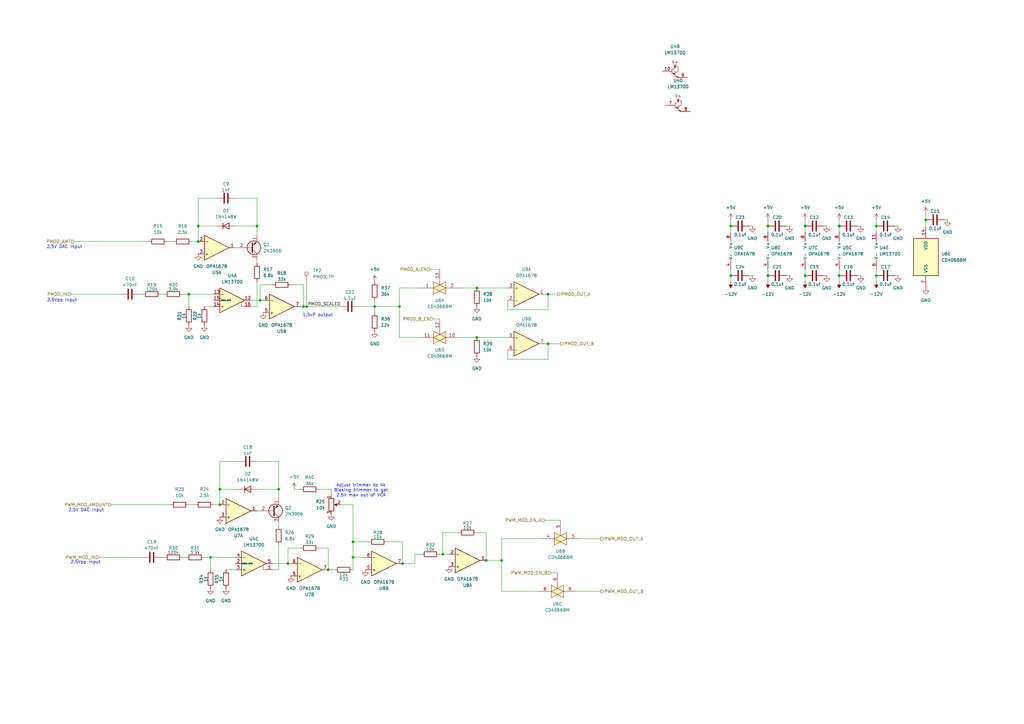
<source format=kicad_sch>
(kicad_sch (version 20250114) (generator "eeschema") (generator_version "9.0")
  (paper "A3")
  (lib_symbols
    (symbol "4xxx:4066" (pin_names (offset 1.016))
      (property "Reference" "U" (at -7.62 8.89 0))
      (property "Value" "4066" (at -7.62 -8.89 0))
      (symbol "4066_1_0"
        (pin passive line (at -7.62 0 0) (length 5.08) (name "~") (number "1"))
        (pin input line (at 0 7.62 270) (length 5.08) (name "~") (number "13"))
        (pin passive line (at 7.62 0 180) (length 5.08) (name "~") (number "2"))
      )
      (symbol "4066_2_0"
        (pin passive line (at -7.62 0 0) (length 5.08) (name "~") (number "4"))
        (pin input line (at 0 7.62 270) (length 5.08) (name "~") (number "5"))
        (pin passive line (at 7.62 0 180) (length 5.08) (name "~") (number "3"))
      )
      (symbol "4066_3_0"
        (pin passive line (at -7.62 0 0) (length 5.08) (name "~") (number "8"))
        (pin input line (at 0 7.62 270) (length 5.08) (name "~") (number "6"))
        (pin passive line (at 7.62 0 180) (length 5.08) (name "~") (number "9"))
      )
      (symbol "4066_4_0"
        (pin passive line (at -7.62 0 0) (length 5.08) (name "~") (number "11"))
        (pin input line (at 0 7.62 270) (length 5.08) (name "~") (number "12"))
        (pin passive line (at 7.62 0 180) (length 5.08) (name "~") (number "10"))
      )
      (symbol "4066_5_0"
        (pin power_in line (at 0 12.7 270) (length 5.08) (name "VDD") (number "14"))
        (pin power_in line (at 0 -12.7 90) (length 5.08) (name "VSS") (number "7"))
      )
    )
    (symbol "Amplifier_Operational:LM13700" (pin_names (offset 0.127))
      (property "Reference" "U" (at 3.81 5.08 0))
      (property "Value" "LM13700" (at 5.08 -5.08 0))
      (symbol "LM13700_1_1"
        (pin input line (at -7.62 2.54 0) (length 2.54) (name "-") (number "13"))
        (pin input line (at -7.62 0 0) (length 2.54) (name "DIODE_BIAS") (number "15"))
        (pin input line (at -7.62 -2.54 0) (length 2.54) (name "+") (number "14"))
        (pin output line (at 7.62 0 180) (length 2.54) (name "~") (number "12"))
        (pin input line (at 7.62 -2.54 180) (length 2.54) (name "~") (number "16"))
      )
      (symbol "LM13700_2_1"
        (text "V+" (at -2.54 3.81 0) (effects (font (size 1.27 1.27))))
        (pin input line (at -7.62 0 0) (length 3.81) (name "~") (number "10"))
        (pin output line (at 2.54 -2.54 180) (length 3.81) (name "~") (number "9"))
      )
      (symbol "LM13700_3_1"
        (pin input line (at -7.62 2.54 0) (length 2.54) (name "-") (number "4"))
        (pin input line (at -7.62 0 0) (length 2.54) (name "DIODE_BIAS") (number "2"))
        (pin input line (at -7.62 -2.54 0) (length 2.54) (name "+") (number "3"))
        (pin output line (at 7.62 0 180) (length 2.54) (name "~") (number "5"))
        (pin input line (at 7.62 -2.54 180) (length 2.54) (name "~") (number "1"))
      )
      (symbol "LM13700_4_0"
        (text "V+" (at -2.54 3.81 0) (effects (font (size 1.27 1.27))))
      )
      (symbol "LM13700_4_1"
        (pin input line (at -7.62 0 0) (length 3.81) (name "~") (number "7"))
        (pin output line (at 2.54 -2.54 180) (length 3.81) (name "~") (number "8"))
      )
      (symbol "LM13700_5_1"
        (pin power_in line (at -2.54 7.62 270) (length 3.81) (name "V+") (number "11"))
        (pin power_in line (at -2.54 -7.62 90) (length 3.81) (name "V-") (number "6"))
      )
    )
    (symbol "Amplifier_Operational:OPA1678" (pin_names (offset 0.127))
      (property "Reference" "U" (at 0 5.08 0))
      (property "Value" "OPA1678" (at 0 -5.08 0))
      (symbol "OPA1678_1_1"
        (pin input line (at -7.62 2.54 0) (length 2.54) (name "+") (number "3"))
        (pin input line (at -7.62 -2.54 0) (length 2.54) (name "-") (number "2"))
        (pin output line (at 7.62 0 180) (length 2.54) (name "~") (number "1"))
      )
      (symbol "OPA1678_2_1"
        (pin input line (at -7.62 2.54 0) (length 2.54) (name "+") (number "5"))
        (pin input line (at -7.62 -2.54 0) (length 2.54) (name "-") (number "6"))
        (pin output line (at 7.62 0 180) (length 2.54) (name "~") (number "7"))
      )
      (symbol "OPA1678_3_1"
        (pin power_in line (at -2.54 7.62 270) (length 3.81) (name "V+") (number "8"))
        (pin power_in line (at -2.54 -7.62 90) (length 3.81) (name "V-") (number "4"))
      )
    )
    (symbol "Connector:TestPoint" (pin_numbers (hide yes)) (pin_names (offset 0.762) (hide yes))
      (property "Reference" "TP" (at 0 6.858 0))
      (property "Value" "TestPoint" (at 0 5.08 0))
      (symbol "TestPoint_1_1"
        (pin passive line (at 0 0 90) (length 2.54) (name "1") (number "1"))
      )
    )
    (symbol "Device:C" (pin_numbers (hide yes)) (pin_names (offset 0.254))
      (property "Reference" "C" (at 0.635 2.54 0))
      (property "Value" "C" (at 0.635 -2.54 0))
      (symbol "C_1_1"
        (pin passive line (at 0 3.81 270) (length 2.794) (name "~") (number "1"))
        (pin passive line (at 0 -3.81 90) (length 2.794) (name "~") (number "2"))
      )
    )
    (symbol "Device:R" (pin_numbers (hide yes)) (pin_names (offset 0))
      (property "Reference" "R" (at 2.032 0 90))
      (property "Value" "R" (at 0 0 90))
      (symbol "R_1_1"
        (pin passive line (at 0 3.81 270) (length 1.27) (name "~") (number "1"))
        (pin passive line (at 0 -3.81 90) (length 1.27) (name "~") (number "2"))
      )
    )
    (symbol "Device:R_Potentiometer" (pin_names (offset 1.016) (hide yes))
      (property "Reference" "RV" (at -4.445 0 90))
      (property "Value" "R_Potentiometer" (at -2.54 0 90))
      (symbol "R_Potentiometer_1_1"
        (pin passive line (at 0 3.81 270) (length 1.27) (name "1") (number "1"))
        (pin passive line (at 0 -3.81 90) (length 1.27) (name "3") (number "3"))
        (pin passive line (at 3.81 0 180) (length 1.27) (name "2") (number "2"))
      )
    )
    (symbol "Diode:1N4148W" (pin_numbers (hide yes)) (pin_names (hide yes))
      (property "Reference" "D" (at 0 2.54 0))
      (property "Value" "1N4148W" (at 0 -2.54 0))
      (symbol "1N4148W_1_1"
        (pin passive line (at -3.81 0 0) (length 2.54) (name "K") (number "1"))
        (pin passive line (at 3.81 0 180) (length 2.54) (name "A") (number "2"))
      )
    )
    (symbol "Transistor_BJT:2N3906" (pin_names (offset 0) (hide yes))
      (property "Reference" "Q" (at 5.08 1.905 0))
      (property "Value" "2N3906" (at 5.08 0 0))
      (symbol "2N3906_1_1"
        (pin input line (at -5.08 0 0) (length 2.54) (name "B") (number "2"))
        (pin passive line (at 2.54 5.08 270) (length 2.54) (name "C") (number "3"))
        (pin passive line (at 2.54 -5.08 90) (length 2.54) (name "E") (number "1"))
      )
    )
    (symbol "power:+5V" (power) (pin_numbers (hide yes)) (pin_names (offset 0) (hide yes))
      (property "Value" "+5V" (at 0 3.556 0))
      (symbol "+5V_1_1"
        (pin power_in line (at 0 0 90) (length 0) (name "~") (number "1"))
      )
    )
    (symbol "power:-12V" (power) (pin_numbers (hide yes)) (pin_names (offset 0) (hide yes))
      (property "Value" "-12V" (at 0 3.556 0))
      (symbol "-12V_0_0"
        (pin power_in line (at 0 0 90) (length 0) (name "~") (number "1"))
      )
    )
    (symbol "power:GND" (power) (pin_numbers (hide yes)) (pin_names (offset 0) (hide yes))
      (property "Value" "GND" (at 0 -3.81 0))
      (symbol "GND_1_1"
        (pin power_in line (at 0 0 270) (length 0) (name "~") (number "1"))
      )
    )
  )
  (text "2.5Vpp Input\n" (at 25.4 123.19 0) (effects (font (size 1.27 1.27))))
  (text "2.5V DAC Input\n" (at 26.416 101.346 0) (effects (font (size 1.27 1.27))))
  (text "2.5Vpp Input\n" (at 35.052 230.632 0) (effects (font (size 1.27 1.27))))
  (text "1.5vP output\n" (at 130.302 129.286 0) (effects (font (size 1.27 1.27))))
  (text "2.5V DAC Input\n" (at 35.306 209.296 0) (effects (font (size 1.27 1.27))))
  (text "Adjust trimmer to 4k\nBiasing trimmer to get\n2.5V max out of VCA" (at 148.082 201.168 0) (effects (font (size 1.27 1.27))))
  (junction (at 359.41 113.03))
  (junction (at 199.39 229.87))
  (junction (at 330.2 92.71))
  (junction (at 144.78 222.25))
  (junction (at 153.67 125.73))
  (junction (at 90.17 207.01))
  (junction (at 181.61 227.33))
  (junction (at 195.58 118.11))
  (junction (at 118.11 231.14))
  (junction (at 77.47 120.65))
  (junction (at 144.78 228.6))
  (junction (at 106.68 123.19))
  (junction (at 81.28 92.71))
  (junction (at 299.72 92.71))
  (junction (at 90.17 200.66))
  (junction (at 81.28 99.06))
  (junction (at 379.73 90.17))
  (junction (at 344.17 113.03))
  (junction (at 224.79 120.65))
  (junction (at 105.41 92.71))
  (junction (at 134.62 233.68))
  (junction (at 124.46 125.73))
  (junction (at 314.96 113.03))
  (junction (at 314.96 92.71))
  (junction (at 125.73 125.73))
  (junction (at 163.83 125.73))
  (junction (at 205.74 229.87))
  (junction (at 299.72 113.03))
  (junction (at 224.79 140.97))
  (junction (at 86.36 228.6))
  (junction (at 195.58 138.43))
  (junction (at 344.17 92.71))
  (junction (at 114.3 200.66))
  (junction (at 165.1 231.14))
  (junction (at 359.41 92.71))
  (junction (at 330.2 113.03))
  (wire (pts (xy 125.73 125.73) (xy 139.7 125.73)))
  (wire (pts (xy 118.11 231.14) (xy 119.38 231.14)))
  (wire (pts (xy 90.17 200.66) (xy 90.17 207.01)))
  (wire (pts (xy 205.74 242.57) (xy 220.98 242.57)))
  (wire (pts (xy 114.3 200.66) (xy 114.3 204.47)))
  (wire (pts (xy 77.47 207.01) (xy 80.01 207.01)))
  (wire (pts (xy 134.62 233.68) (xy 134.62 224.79)))
  (wire (pts (xy 359.41 110.49) (xy 359.41 113.03)))
  (wire (pts (xy 58.42 120.65) (xy 57.15 120.65)))
  (wire (pts (xy 170.18 227.33) (xy 172.72 227.33)))
  (wire (pts (xy 134.62 233.68) (xy 137.16 233.68)))
  (wire (pts (xy 330.2 92.71) (xy 330.2 95.25)))
  (wire (pts (xy 125.73 115.57) (xy 125.73 125.73)))
  (wire (pts (xy 226.06 234.95) (xy 228.6 234.95)))
  (wire (pts (xy 195.58 118.11) (xy 208.28 118.11)))
  (wire (pts (xy 81.28 92.71) (xy 81.28 99.06)))
  (wire (pts (xy 67.31 228.6) (xy 66.04 228.6)))
  (wire (pts (xy 106.68 123.19) (xy 107.95 123.19)))
  (wire (pts (xy 40.64 228.6) (xy 58.42 228.6)))
  (wire (pts (xy 339.09 113.03) (xy 337.82 113.03)))
  (wire (pts (xy 144.78 228.6) (xy 144.78 233.68)))
  (wire (pts (xy 124.46 116.84) (xy 119.38 116.84)))
  (wire (pts (xy 144.78 228.6) (xy 149.86 228.6)))
  (wire (pts (xy 158.75 222.25) (xy 165.1 222.25)))
  (wire (pts (xy 176.53 110.49) (xy 180.34 110.49)))
  (wire (pts (xy 111.76 116.84) (xy 106.68 116.84)))
  (wire (pts (xy 314.96 92.71) (xy 314.96 95.25)))
  (wire (pts (xy 330.2 90.17) (xy 330.2 92.71)))
  (wire (pts (xy 170.18 227.33) (xy 170.18 231.14)))
  (wire (pts (xy 344.17 92.71) (xy 344.17 95.25)))
  (wire (pts (xy 353.06 113.03) (xy 351.79 113.03)))
  (wire (pts (xy 88.9 81.28) (xy 81.28 81.28)))
  (wire (pts (xy 102.87 125.73) (xy 105.41 125.73)))
  (wire (pts (xy 153.67 125.73) (xy 163.83 125.73)))
  (wire (pts (xy 114.3 189.23) (xy 114.3 200.66)))
  (wire (pts (xy 96.52 81.28) (xy 105.41 81.28)))
  (wire (pts (xy 388.62 90.17) (xy 387.35 90.17)))
  (wire (pts (xy 322.58 113.03) (xy 323.85 113.03)))
  (wire (pts (xy 299.72 90.17) (xy 299.72 92.71)))
  (wire (pts (xy 337.82 92.71) (xy 339.09 92.71)))
  (wire (pts (xy 130.81 200.66) (xy 135.89 200.66)))
  (wire (pts (xy 144.78 222.25) (xy 151.13 222.25)))
  (wire (pts (xy 307.34 92.71) (xy 308.61 92.71)))
  (wire (pts (xy 199.39 218.44) (xy 199.39 229.87)))
  (wire (pts (xy 105.41 200.66) (xy 114.3 200.66)))
  (wire (pts (xy 111.76 231.14) (xy 118.11 231.14)))
  (wire (pts (xy 359.41 113.03) (xy 359.41 115.57)))
  (wire (pts (xy 86.36 228.6) (xy 86.36 233.68)))
  (wire (pts (xy 134.62 224.79) (xy 130.81 224.79)))
  (wire (pts (xy 124.46 125.73) (xy 125.73 125.73)))
  (wire (pts (xy 96.52 101.6) (xy 97.79 101.6)))
  (wire (pts (xy 379.73 87.63) (xy 379.73 90.17)))
  (wire (pts (xy 76.2 228.6) (xy 74.93 228.6)))
  (wire (pts (xy 97.79 200.66) (xy 90.17 200.66)))
  (wire (pts (xy 195.58 218.44) (xy 199.39 218.44)))
  (wire (pts (xy 123.19 224.79) (xy 118.11 224.79)))
  (wire (pts (xy 97.79 189.23) (xy 90.17 189.23)))
  (wire (pts (xy 368.3 92.71) (xy 367.03 92.71)))
  (wire (pts (xy 74.93 120.65) (xy 77.47 120.65)))
  (wire (pts (xy 83.82 125.73) (xy 87.63 125.73)))
  (wire (pts (xy 114.3 223.52) (xy 114.3 233.68)))
  (wire (pts (xy 299.72 113.03) (xy 299.72 115.57)))
  (wire (pts (xy 120.65 200.66) (xy 123.19 200.66)))
  (wire (pts (xy 314.96 110.49) (xy 314.96 113.03)))
  (wire (pts (xy 199.39 229.87) (xy 205.74 229.87)))
  (wire (pts (xy 181.61 227.33) (xy 181.61 218.44)))
  (wire (pts (xy 163.83 118.11) (xy 163.83 125.73)))
  (wire (pts (xy 208.28 147.32) (xy 224.79 147.32)))
  (wire (pts (xy 187.96 138.43) (xy 195.58 138.43)))
  (wire (pts (xy 187.96 118.11) (xy 195.58 118.11)))
  (wire (pts (xy 114.3 215.9) (xy 114.3 214.63)))
  (wire (pts (xy 30.48 99.06) (xy 60.96 99.06)))
  (wire (pts (xy 106.68 116.84) (xy 106.68 123.19)))
  (wire (pts (xy 92.71 233.68) (xy 96.52 233.68)))
  (wire (pts (xy 105.41 115.57) (xy 105.41 125.73)))
  (wire (pts (xy 359.41 92.71) (xy 359.41 95.25)))
  (wire (pts (xy 180.34 227.33) (xy 181.61 227.33)))
  (wire (pts (xy 181.61 218.44) (xy 187.96 218.44)))
  (wire (pts (xy 124.46 125.73) (xy 124.46 116.84)))
  (wire (pts (xy 330.2 110.49) (xy 330.2 113.03)))
  (wire (pts (xy 90.17 189.23) (xy 90.17 200.66)))
  (wire (pts (xy 123.19 125.73) (xy 124.46 125.73)))
  (wire (pts (xy 165.1 231.14) (xy 170.18 231.14)))
  (wire (pts (xy 111.76 233.68) (xy 114.3 233.68)))
  (wire (pts (xy 330.2 113.03) (xy 330.2 115.57)))
  (wire (pts (xy 135.89 200.66) (xy 135.89 203.2)))
  (wire (pts (xy 96.52 92.71) (xy 105.41 92.71)))
  (wire (pts (xy 205.74 220.98) (xy 222.25 220.98)))
  (wire (pts (xy 195.58 138.43) (xy 208.28 138.43)))
  (wire (pts (xy 165.1 222.25) (xy 165.1 231.14)))
  (wire (pts (xy 223.52 120.65) (xy 224.79 120.65)))
  (wire (pts (xy 246.38 220.98) (xy 237.49 220.98)))
  (wire (pts (xy 144.78 222.25) (xy 144.78 228.6)))
  (wire (pts (xy 81.28 81.28) (xy 81.28 92.71)))
  (wire (pts (xy 314.96 113.03) (xy 314.96 115.57)))
  (wire (pts (xy 379.73 90.17) (xy 379.73 92.71)))
  (wire (pts (xy 299.72 92.71) (xy 299.72 95.25)))
  (wire (pts (xy 29.21 120.65) (xy 49.53 120.65)))
  (wire (pts (xy 344.17 110.49) (xy 344.17 113.03)))
  (wire (pts (xy 314.96 90.17) (xy 314.96 92.71)))
  (wire (pts (xy 177.8 130.81) (xy 180.34 130.81)))
  (wire (pts (xy 163.83 118.11) (xy 172.72 118.11)))
  (wire (pts (xy 224.79 120.65) (xy 228.6 120.65)))
  (wire (pts (xy 105.41 107.95) (xy 105.41 106.68)))
  (wire (pts (xy 205.74 229.87) (xy 205.74 220.98)))
  (wire (pts (xy 181.61 227.33) (xy 184.15 227.33)))
  (wire (pts (xy 224.79 140.97) (xy 229.87 140.97)))
  (wire (pts (xy 223.52 213.36) (xy 229.87 213.36)))
  (wire (pts (xy 224.79 120.65) (xy 224.79 127)))
  (wire (pts (xy 307.34 113.03) (xy 308.61 113.03)))
  (wire (pts (xy 359.41 90.17) (xy 359.41 92.71)))
  (wire (pts (xy 208.28 127) (xy 208.28 123.19)))
  (wire (pts (xy 45.72 207.01) (xy 69.85 207.01)))
  (wire (pts (xy 144.78 207.01) (xy 144.78 222.25)))
  (wire (pts (xy 163.83 125.73) (xy 163.83 138.43)))
  (wire (pts (xy 205.74 229.87) (xy 205.74 242.57)))
  (wire (pts (xy 147.32 125.73) (xy 153.67 125.73)))
  (wire (pts (xy 77.47 120.65) (xy 77.47 125.73)))
  (wire (pts (xy 344.17 90.17) (xy 344.17 92.71)))
  (wire (pts (xy 102.87 123.19) (xy 106.68 123.19)))
  (wire (pts (xy 88.9 92.71) (xy 81.28 92.71)))
  (wire (pts (xy 67.31 120.65) (xy 66.04 120.65)))
  (wire (pts (xy 118.11 224.79) (xy 118.11 231.14)))
  (wire (pts (xy 163.83 138.43) (xy 172.72 138.43)))
  (wire (pts (xy 322.58 92.71) (xy 323.85 92.71)))
  (wire (pts (xy 105.41 209.55) (xy 106.68 209.55)))
  (wire (pts (xy 344.17 113.03) (xy 344.17 115.57)))
  (wire (pts (xy 86.36 228.6) (xy 96.52 228.6)))
  (wire (pts (xy 368.3 113.03) (xy 367.03 113.03)))
  (wire (pts (xy 153.67 128.27) (xy 153.67 125.73)))
  (wire (pts (xy 87.63 207.01) (xy 90.17 207.01)))
  (wire (pts (xy 77.47 120.65) (xy 87.63 120.65)))
  (wire (pts (xy 353.06 92.71) (xy 351.79 92.71)))
  (wire (pts (xy 208.28 143.51) (xy 208.28 147.32)))
  (wire (pts (xy 153.67 123.19) (xy 153.67 125.73)))
  (wire (pts (xy 224.79 147.32) (xy 224.79 140.97)))
  (wire (pts (xy 105.41 81.28) (xy 105.41 92.71)))
  (wire (pts (xy 68.58 99.06) (xy 71.12 99.06)))
  (wire (pts (xy 224.79 140.97) (xy 223.52 140.97)))
  (wire (pts (xy 299.72 110.49) (xy 299.72 113.03)))
  (wire (pts (xy 208.28 127) (xy 224.79 127)))
  (wire (pts (xy 139.7 207.01) (xy 144.78 207.01)))
  (wire (pts (xy 105.41 189.23) (xy 114.3 189.23)))
  (wire (pts (xy 78.74 99.06) (xy 81.28 99.06)))
  (wire (pts (xy 105.41 92.71) (xy 105.41 96.52)))
  (wire (pts (xy 83.82 228.6) (xy 86.36 228.6)))
  (wire (pts (xy 246.38 242.57) (xy 236.22 242.57)))
  (label "PMOD_SCALED" (at 139.7 125.73 180))
  (hierarchical_label "PWM_MOD_AMOUNT" (shape input) (at 45.72 207.01 180))
  (hierarchical_label "PWM_MOD_IN" (shape input) (at 40.64 228.6 180))
  (hierarchical_label "PWM_MOD_OUT_B" (shape output) (at 246.38 242.57 0))
  (hierarchical_label "PMOD_IN" (shape input) (at 29.21 120.65 180))
  (hierarchical_label "PWM_MOD_EN_A" (shape input) (at 223.52 213.36 180))
  (hierarchical_label "PMOD_AMT" (shape input) (at 30.48 99.06 180))
  (hierarchical_label "PMOD_A_EN" (shape input) (at 176.53 110.49 180))
  (hierarchical_label "PMOD_B_EN" (shape input) (at 177.8 130.81 180))
  (hierarchical_label "PMOD_OUT_A" (shape output) (at 228.6 120.65 0))
  (hierarchical_label "PMOD_OUT_B" (shape output) (at 229.87 140.97 0))
  (hierarchical_label "PWM_MOD_OUT_A" (shape output) (at 246.38 220.98 0))
  (hierarchical_label "PWM_MOD_EN_B" (shape input) (at 226.06 234.95 180))
  (symbol (lib_id "power:-12V") (at 359.41 115.57 180) (unit 1)
    (property "Reference" "#PWR031" (effects (hide yes)))
    (property "Value" "-12V" (at 359.41 120.65 0))
    (property "Description" "Power symbol creates a global label with name \"-12V\"" (effects (hide yes)))
  )
  (symbol (lib_id "Device:R") (at 176.53 227.33 90) (unit 1)
    (property "Reference" "R32" (at 176.53 223.52 90))
    (property "Value" "10k" (at 176.53 225.298 90))
    (property "Footprint" "Resistor_SMD:R_0603_1608Metric" (effects (hide yes)))
    (property "Description" "Resistor" (effects (hide yes)))
  )
  (symbol (lib_id "Device:C") (at 62.23 228.6 90) (unit 1)
    (property "Reference" "C19" (at 62.23 222.25 90))
    (property "Value" "470nF" (at 62.23 224.79 90))
    (property "Footprint" "Capacitor_SMD:C_0603_1608Metric" (effects (hide yes)))
    (property "Description" "Unpolarized capacitor" (effects (hide yes)))
  )
  (symbol (lib_id "Device:R") (at 73.66 207.01 270) (unit 1)
    (property "Reference" "R23" (at 73.66 200.66 90))
    (property "Value" "10k" (at 73.66 203.2 90))
    (property "Footprint" "Resistor_SMD:R_0603_1608Metric" (effects (hide yes)))
    (property "Description" "Resistor" (effects (hide yes)))
  )
  (symbol (lib_id "Device:R") (at 115.57 116.84 90) (unit 1)
    (property "Reference" "R18" (at 115.57 112.014 90))
    (property "Value" "33k" (at 115.57 114.554 90))
    (property "Footprint" "Resistor_SMD:R_0603_1608Metric" (effects (hide yes)))
    (property "Description" "Resistor" (effects (hide yes)))
  )
  (symbol (lib_id "Device:C") (at 347.98 113.03 90) (unit 1)
    (property "Reference" "C16" (at 347.98 109.474 90))
    (property "Value" "0.1uf" (at 347.98 116.586 90))
    (property "Footprint" "Capacitor_SMD:C_0603_1608Metric" (effects (hide yes)))
    (property "Description" "Unpolarized capacitor" (effects (hide yes)))
  )
  (symbol (lib_id "power:GND") (at 149.86 233.68 0) (unit 1)
    (property "Reference" "#PWR033" (effects (hide yes)))
    (property "Value" "GND" (at 149.86 238.76 0))
    (property "Description" "Power symbol creates a global label with name \"GND\" , ground" (effects (hide yes)))
  )
  (symbol (lib_id "Device:R") (at 64.77 99.06 270) (unit 1)
    (property "Reference" "R15" (at 64.77 92.71 90))
    (property "Value" "10k" (at 64.77 95.25 90))
    (property "Footprint" "Resistor_SMD:R_0603_1608Metric" (effects (hide yes)))
    (property "Description" "Resistor" (effects (hide yes)))
  )
  (symbol (lib_id "Amplifier_Operational:OPA1678") (at 332.74 102.87 0) (unit 3)
    (property "Reference" "U7" (at 331.47 101.5999 0) (effects (justify left)))
    (property "Value" "OPA1678" (at 331.47 104.1399 0) (effects (justify left)))
    (property "Footprint" "Package_SO:SOIC-8_3.9x4.9mm_P1.27mm" (effects (hide yes)))
    (property "Datasheet" "http://www.ti.com/lit/ds/symlink/opa1678.pdf" (effects (hide yes)))
    (property "Description" "Low-Distortion Audio Operational Amplifiers, SOIC-8/VSSOP-8" (effects (hide yes)))
  )
  (symbol (lib_id "Amplifier_Operational:OPA1678") (at 157.48 231.14 0) (mirror x) (unit 2)
    (property "Reference" "U8" (at 157.48 241.3 0))
    (property "Value" "OPA1678" (at 157.48 238.76 0))
    (property "Footprint" "Package_SO:SOIC-8_3.9x4.9mm_P1.27mm" (effects (hide yes)))
    (property "Datasheet" "http://www.ti.com/lit/ds/symlink/opa1678.pdf" (effects (hide yes)))
    (property "Description" "Low-Distortion Audio Operational Amplifiers, SOIC-8/VSSOP-8" (effects (hide yes)))
  )
  (symbol (lib_id "power:GND") (at 388.62 90.17 0) (unit 1)
    (property "Reference" "#PWR015" (effects (hide yes)))
    (property "Value" "GND" (at 388.62 95.25 0))
    (property "Description" "Power symbol creates a global label with name \"GND\" , ground" (effects (hide yes)))
  )
  (symbol (lib_id "power:GND") (at 135.89 210.82 0) (unit 1)
    (property "Reference" "#PWR051" (effects (hide yes)))
    (property "Value" "GND" (at 135.89 215.9 0))
    (property "Description" "Power symbol creates a global label with name \"GND\" , ground" (effects (hide yes)))
  )
  (symbol (lib_id "power:GND") (at 368.3 92.71 0) (unit 1)
    (property "Reference" "#PWR022" (effects (hide yes)))
    (property "Value" "GND" (at 368.3 97.79 0))
    (property "Description" "Power symbol creates a global label with name \"GND\" , ground" (effects (hide yes)))
  )
  (symbol (lib_id "4xxx:4066") (at 180.34 138.43 0) (unit 4)
    (property "Reference" "U6" (at 180.34 143.51 0))
    (property "Value" "CD4066BM" (at 180.34 146.05 0))
    (property "Footprint" "Package_SO:SOIC-14_3.9x8.7mm_P1.27mm" (effects (hide yes)))
    (property "Datasheet" "http://www.ti.com/lit/ds/symlink/cd4066b.pdf" (effects (hide yes)))
    (property "Description" "Quad Analog Switches" (effects (hide yes)))
  )
  (symbol (lib_id "Device:R") (at 86.36 237.49 180) (unit 1)
    (property "Reference" "R34" (at 82.55 237.49 90))
    (property "Value" "1k" (at 84.328 237.49 90))
    (property "Footprint" "Resistor_SMD:R_0603_1608Metric" (effects (hide yes)))
    (property "Description" "Resistor" (effects (hide yes)))
  )
  (symbol (lib_id "Device:R") (at 83.82 207.01 270) (unit 1)
    (property "Reference" "R24" (at 83.82 200.66 90))
    (property "Value" "2.5k" (at 83.82 203.2 90))
    (property "Footprint" "Resistor_SMD:R_0603_1608Metric" (effects (hide yes)))
    (property "Description" "Resistor" (effects (hide yes)))
  )
  (symbol (lib_id "Device:C") (at 101.6 189.23 90) (unit 1)
    (property "Reference" "C18" (at 101.6 183.388 90))
    (property "Value" "1nF" (at 101.6 185.928 90))
    (property "Footprint" "Capacitor_SMD:C_0603_1608Metric" (effects (hide yes)))
    (property "Description" "Unpolarized capacitor" (effects (hide yes)))
  )
  (symbol (lib_id "Device:C") (at 143.51 125.73 90) (unit 1)
    (property "Reference" "C22" (at 143.51 119.888 90))
    (property "Value" "4.7uF" (at 143.51 122.428 90))
    (property "Footprint" "Capacitor_SMD:C_0603_1608Metric" (effects (hide yes)))
    (property "Description" "Unpolarized capacitor" (effects (hide yes)))
  )
  (symbol (lib_id "Device:R") (at 77.47 129.54 180) (unit 1)
    (property "Reference" "R21" (at 73.66 129.54 90))
    (property "Value" "1k" (at 75.438 129.54 90))
    (property "Footprint" "Resistor_SMD:R_0603_1608Metric" (effects (hide yes)))
    (property "Description" "Resistor" (effects (hide yes)))
  )
  (symbol (lib_id "power:GND") (at 339.09 92.71 0) (unit 1)
    (property "Reference" "#PWR020" (effects (hide yes)))
    (property "Value" "GND" (at 339.09 97.79 0))
    (property "Description" "Power symbol creates a global label with name \"GND\" , ground" (effects (hide yes)))
  )
  (symbol (lib_id "power:-12V") (at 330.2 115.57 180) (unit 1)
    (property "Reference" "#PWR029" (effects (hide yes)))
    (property "Value" "-12V" (at 330.2 120.65 0))
    (property "Description" "Power symbol creates a global label with name \"-12V\"" (effects (hide yes)))
  )
  (symbol (lib_id "power:+5V") (at 344.17 90.17 0) (unit 1)
    (property "Reference" "#PWR017" (effects (hide yes)))
    (property "Value" "+5V" (at 344.17 85.09 0))
    (property "Description" "Power symbol creates a global label with name \"+5V\"" (effects (hide yes)))
  )
  (symbol (lib_id "Amplifier_Operational:OPA1678") (at 115.57 125.73 0) (mirror x) (unit 2)
    (property "Reference" "U5" (at 115.57 135.89 0))
    (property "Value" "OPA1678" (at 115.57 133.35 0))
    (property "Footprint" "Package_SO:SOIC-8_3.9x4.9mm_P1.27mm" (effects (hide yes)))
    (property "Datasheet" "http://www.ti.com/lit/ds/symlink/opa1678.pdf" (effects (hide yes)))
    (property "Description" "Low-Distortion Audio Operational Amplifiers, SOIC-8/VSSOP-8" (effects (hide yes)))
  )
  (symbol (lib_id "Amplifier_Operational:OPA1678") (at 127 233.68 0) (mirror x) (unit 2)
    (property "Reference" "U7" (at 127 243.84 0))
    (property "Value" "OPA1678" (at 127 241.3 0))
    (property "Footprint" "Package_SO:SOIC-8_3.9x4.9mm_P1.27mm" (effects (hide yes)))
    (property "Datasheet" "http://www.ti.com/lit/ds/symlink/opa1678.pdf" (effects (hide yes)))
    (property "Description" "Low-Distortion Audio Operational Amplifiers, SOIC-8/VSSOP-8" (effects (hide yes)))
  )
  (symbol (lib_id "Device:C") (at 347.98 92.71 90) (unit 1)
    (property "Reference" "C13" (at 347.98 89.154 90))
    (property "Value" "0.1uf" (at 347.98 96.266 90))
    (property "Footprint" "Capacitor_SMD:C_0603_1608Metric" (effects (hide yes)))
    (property "Description" "Unpolarized capacitor" (effects (hide yes)))
  )
  (symbol (lib_id "power:GND") (at 184.15 232.41 0) (unit 1)
    (property "Reference" "#PWR034" (effects (hide yes)))
    (property "Value" "GND" (at 184.15 237.49 0))
    (property "Description" "Power symbol creates a global label with name \"GND\" , ground" (effects (hide yes)))
  )
  (symbol (lib_id "Device:R") (at 80.01 228.6 90) (unit 1)
    (property "Reference" "R31" (at 80.01 224.79 90))
    (property "Value" "3.9k" (at 80.01 226.568 90))
    (property "Footprint" "Resistor_SMD:R_0603_1608Metric" (effects (hide yes)))
    (property "Description" "Resistor" (effects (hide yes)))
  )
  (symbol (lib_id "Device:R_Potentiometer") (at 135.89 207.01 0) (unit 1)
    (property "Reference" "R25" (at 133.35 205.7399 0) (effects (justify right)))
    (property "Value" "10k" (at 133.35 208.2799 0) (effects (justify right)))
    (property "Footprint" "Potentiometer_THT:Potentiometer_Bourns_3296W_Vertical" (effects (hide yes)))
    (property "Description" "Potentiometer" (effects (hide yes)))
  )
  (symbol (lib_id "Device:C") (at 318.77 113.03 90) (unit 1)
    (property "Reference" "C21" (at 318.77 109.474 90))
    (property "Value" "0.1uf" (at 318.77 116.586 90))
    (property "Footprint" "Capacitor_SMD:C_0603_1608Metric" (effects (hide yes)))
    (property "Description" "Unpolarized capacitor" (effects (hide yes)))
  )
  (symbol (lib_id "Device:C") (at 303.53 92.71 90) (unit 1)
    (property "Reference" "C23" (at 303.53 89.154 90))
    (property "Value" "0.1uf" (at 303.53 96.266 90))
    (property "Footprint" "Capacitor_SMD:C_0603_1608Metric" (effects (hide yes)))
    (property "Description" "Unpolarized capacitor" (effects (hide yes)))
  )
  (symbol (lib_id "power:GND") (at 368.3 113.03 0) (unit 1)
    (property "Reference" "#PWR027" (effects (hide yes)))
    (property "Value" "GND" (at 368.3 118.11 0))
    (property "Description" "Power symbol creates a global label with name \"GND\" , ground" (effects (hide yes)))
  )
  (symbol (lib_id "power:GND") (at 308.61 92.71 0) (unit 1)
    (property "Reference" "#PWR045" (effects (hide yes)))
    (property "Value" "GND" (at 308.61 97.79 0))
    (property "Description" "Power symbol creates a global label with name \"GND\" , ground" (effects (hide yes)))
  )
  (symbol (lib_id "Device:C") (at 363.22 113.03 90) (unit 1)
    (property "Reference" "C17" (at 363.22 109.474 90))
    (property "Value" "0.1uf" (at 363.22 116.586 90))
    (property "Footprint" "Capacitor_SMD:C_0603_1608Metric" (effects (hide yes)))
    (property "Description" "Unpolarized capacitor" (effects (hide yes)))
  )
  (symbol (lib_id "Transistor_BJT:2N3906") (at 102.87 101.6 0) (mirror x) (unit 1)
    (property "Reference" "Q1" (at 107.95 100.3299 0) (effects (justify left)))
    (property "Value" "2N3906" (at 107.95 102.8699 0) (effects (justify left)))
    (property "Footprint" "Package_TO_SOT_THT:TO-92_Inline" (effects (hide yes)))
    (property "Datasheet" "https://www.onsemi.com/pub/Collateral/2N3906-D.PDF" (effects (hide yes)))
    (property "Description" "-0.2A Ic, -40V Vce, Small Signal PNP Transistor, TO-92" (effects (hide yes)))
  )
  (symbol (lib_id "Device:R") (at 154.94 222.25 90) (unit 1)
    (property "Reference" "R28" (at 154.94 218.44 90))
    (property "Value" "10k" (at 154.94 220.218 90))
    (property "Footprint" "Resistor_SMD:R_0603_1608Metric" (effects (hide yes)))
    (property "Description" "Resistor" (effects (hide yes)))
  )
  (symbol (lib_id "4xxx:4066") (at 229.87 220.98 0) (unit 2)
    (property "Reference" "U6" (at 229.87 226.06 0))
    (property "Value" "CD4066BM" (at 229.87 228.6 0))
    (property "Footprint" "Package_SO:SOIC-14_3.9x8.7mm_P1.27mm" (effects (hide yes)))
    (property "Datasheet" "http://www.ti.com/lit/ds/symlink/cd4066b.pdf" (effects (hide yes)))
    (property "Description" "Quad Analog Switches" (effects (hide yes)))
  )
  (symbol (lib_id "Device:R") (at 105.41 111.76 0) (unit 1)
    (property "Reference" "R17" (at 107.95 110.4899 0) (effects (justify left)))
    (property "Value" "6.8k" (at 107.95 113.0299 0) (effects (justify left)))
    (property "Footprint" "Resistor_SMD:R_0603_1608Metric" (effects (hide yes)))
    (property "Description" "Resistor" (effects (hide yes)))
  )
  (symbol (lib_id "Device:R") (at 74.93 99.06 270) (unit 1)
    (property "Reference" "R16" (at 74.93 92.71 90))
    (property "Value" "2.5k" (at 74.93 95.25 90))
    (property "Footprint" "Resistor_SMD:R_0603_1608Metric" (effects (hide yes)))
    (property "Description" "Resistor" (effects (hide yes)))
  )
  (symbol (lib_id "power:GND") (at 353.06 113.03 0) (unit 1)
    (property "Reference" "#PWR026" (effects (hide yes)))
    (property "Value" "GND" (at 353.06 118.11 0))
    (property "Description" "Power symbol creates a global label with name \"GND\" , ground" (effects (hide yes)))
  )
  (symbol (lib_id "power:GND") (at 353.06 92.71 0) (unit 1)
    (property "Reference" "#PWR021" (effects (hide yes)))
    (property "Value" "GND" (at 353.06 97.79 0))
    (property "Description" "Power symbol creates a global label with name \"GND\" , ground" (effects (hide yes)))
  )
  (symbol (lib_id "Device:R") (at 195.58 121.92 0) (unit 1)
    (property "Reference" "R38" (at 198.12 120.6499 0) (effects (justify left)))
    (property "Value" "10k" (at 198.12 123.1899 0) (effects (justify left)))
    (property "Footprint" "Resistor_SMD:R_0603_1608Metric" (effects (hide yes)))
    (property "Description" "Resistor" (effects (hide yes)))
  )
  (symbol (lib_id "Device:R") (at 71.12 228.6 90) (unit 1)
    (property "Reference" "R30" (at 71.12 224.79 90))
    (property "Value" "120k" (at 71.12 226.568 90))
    (property "Footprint" "Resistor_SMD:R_0603_1608Metric" (effects (hide yes)))
    (property "Description" "Resistor" (effects (hide yes)))
  )
  (symbol (lib_id "Amplifier_Operational:OPA1678") (at 97.79 209.55 0) (mirror x) (unit 1)
    (property "Reference" "U7" (at 97.79 219.71 0))
    (property "Value" "OPA1678" (at 97.79 217.17 0))
    (property "Footprint" "Package_SO:SOIC-8_3.9x4.9mm_P1.27mm" (effects (hide yes)))
    (property "Datasheet" "http://www.ti.com/lit/ds/symlink/opa1678.pdf" (effects (hide yes)))
    (property "Description" "Low-Distortion Audio Operational Amplifiers, SOIC-8/VSSOP-8" (effects (hide yes)))
  )
  (symbol (lib_id "power:GND") (at 323.85 113.03 0) (unit 1)
    (property "Reference" "#PWR040" (effects (hide yes)))
    (property "Value" "GND" (at 323.85 118.11 0))
    (property "Description" "Power symbol creates a global label with name \"GND\" , ground" (effects (hide yes)))
  )
  (symbol (lib_id "power:-12V") (at 314.96 115.57 180) (unit 1)
    (property "Reference" "#PWR039" (effects (hide yes)))
    (property "Value" "-12V" (at 314.96 120.65 0))
    (property "Description" "Power symbol creates a global label with name \"-12V\"" (effects (hide yes)))
  )
  (symbol (lib_id "Diode:1N4148W") (at 101.6 200.66 0) (unit 1)
    (property "Reference" "D2" (at 101.6 194.31 0))
    (property "Value" "1N4148W" (at 101.6 196.85 0))
    (property "Footprint" "Diode_SMD:D_SOD-123" (effects (hide yes)))
    (property "Datasheet" "https://www.vishay.com/docs/85748/1n4148w.pdf" (effects (hide yes)))
    (property "Description" "75V 0.15A Fast Switching Diode, SOD-123" (effects (hide yes)))
    (property "Sim.Device" "D" (effects (hide yes)))
    (property "Sim.Pins" "1=K 2=A" (effects (hide yes)))
  )
  (symbol (lib_id "power:GND") (at 90.17 212.09 0) (unit 1)
    (property "Reference" "#PWR032" (effects (hide yes)))
    (property "Value" "GND" (at 90.17 217.17 0))
    (property "Description" "Power symbol creates a global label with name \"GND\" , ground" (effects (hide yes)))
  )
  (symbol (lib_id "Amplifier_Operational:OPA1678") (at 346.71 102.87 0) (unit 3)
    (property "Reference" "U5" (at 345.44 101.5999 0) (effects (justify left)))
    (property "Value" "OPA1678" (at 345.44 104.1399 0) (effects (justify left)))
    (property "Footprint" "Package_SO:SOIC-8_3.9x4.9mm_P1.27mm" (effects (hide yes)))
    (property "Datasheet" "http://www.ti.com/lit/ds/symlink/opa1678.pdf" (effects (hide yes)))
    (property "Description" "Low-Distortion Audio Operational Amplifiers, SOIC-8/VSSOP-8" (effects (hide yes)))
  )
  (symbol (lib_id "Device:C") (at 92.71 81.28 90) (unit 1)
    (property "Reference" "C9" (at 92.71 75.438 90))
    (property "Value" "1nF" (at 92.71 77.978 90))
    (property "Footprint" "Capacitor_SMD:C_0603_1608Metric" (effects (hide yes)))
    (property "Description" "Unpolarized capacitor" (effects (hide yes)))
  )
  (symbol (lib_id "Amplifier_Operational:LM13700") (at 104.14 231.14 0) (unit 3)
    (property "Reference" "U4" (at 104.14 220.98 0))
    (property "Value" "LM13700" (at 104.14 223.52 0))
    (property "Footprint" "Package_SO:SOIC-16_3.9x9.9mm_P1.27mm" (effects (hide yes)))
    (property "Datasheet" "http://www.ti.com/lit/ds/symlink/lm13700.pdf" (effects (hide yes)))
    (property "Description" "Dual Operational Transconductance Amplifiers with Linearizing Diodes and Buffers, DIP-16/SOIC-16" (effects (hide yes)))
  )
  (symbol (lib_id "Device:R") (at 195.58 142.24 0) (unit 1)
    (property "Reference" "R39" (at 198.12 140.9699 0) (effects (justify left)))
    (property "Value" "10k" (at 198.12 143.5099 0) (effects (justify left)))
    (property "Footprint" "Resistor_SMD:R_0603_1608Metric" (effects (hide yes)))
    (property "Description" "Resistor" (effects (hide yes)))
  )
  (symbol (lib_id "Device:C") (at 334.01 92.71 90) (unit 1)
    (property "Reference" "C12" (at 334.01 89.154 90))
    (property "Value" "0.1uf" (at 334.01 96.266 90))
    (property "Footprint" "Capacitor_SMD:C_0603_1608Metric" (effects (hide yes)))
    (property "Description" "Unpolarized capacitor" (effects (hide yes)))
  )
  (symbol (lib_id "Connector:TestPoint") (at 125.73 115.57 0) (unit 1)
    (property "Reference" "TP2" (at 128.27 110.9979 0) (effects (justify left)))
    (property "Value" "PMOD_TP" (at 128.27 113.5379 0) (effects (justify left)))
    (property "Footprint" "TestPoint:TestPoint_Pad_1.0x1.0mm" (effects (hide yes)))
    (property "Description" "test point" (effects (hide yes)))
  )
  (symbol (lib_id "Device:R") (at 92.71 237.49 180) (unit 1)
    (property "Reference" "R35" (at 88.9 237.49 90))
    (property "Value" "1k" (at 90.678 237.49 90))
    (property "Footprint" "Resistor_SMD:R_0603_1608Metric" (effects (hide yes)))
    (property "Description" "Resistor" (effects (hide yes)))
  )
  (symbol (lib_id "Device:R") (at 127 200.66 90) (unit 1)
    (property "Reference" "R40" (at 127 195.834 90))
    (property "Value" "36k" (at 127 198.374 90))
    (property "Footprint" "Resistor_SMD:R_0603_1608Metric" (effects (hide yes)))
    (property "Description" "Resistor" (effects (hide yes)))
  )
  (symbol (lib_id "power:GND") (at 86.36 241.3 0) (unit 1)
    (property "Reference" "#PWR036" (effects (hide yes)))
    (property "Value" "GND" (at 86.36 246.38 0))
    (property "Description" "Power symbol creates a global label with name \"GND\" , ground" (effects (hide yes)))
  )
  (symbol (lib_id "Amplifier_Operational:OPA1678") (at 215.9 140.97 0) (unit 2)
    (property "Reference" "U9" (at 215.9 130.81 0))
    (property "Value" "OPA1678" (at 215.9 133.35 0))
    (property "Datasheet" "http://www.ti.com/lit/ds/symlink/opa1678.pdf" (effects (hide yes)))
    (property "Description" "Low-Distortion Audio Operational Amplifiers, SOIC-8/VSSOP-8" (effects (hide yes)))
  )
  (symbol (lib_id "Device:R") (at 153.67 132.08 0) (unit 1)
    (property "Reference" "R36" (at 156.21 130.8099 0) (effects (justify left)))
    (property "Value" "12k" (at 156.21 133.3499 0) (effects (justify left)))
    (property "Footprint" "Resistor_SMD:R_0603_1608Metric" (effects (hide yes)))
    (property "Description" "Resistor" (effects (hide yes)))
  )
  (symbol (lib_id "power:GND") (at 107.95 128.27 0) (unit 1)
    (property "Reference" "#PWR019" (effects (hide yes)))
    (property "Value" "GND" (at 107.95 133.35 0))
    (property "Description" "Power symbol creates a global label with name \"GND\" , ground" (effects (hide yes)))
  )
  (symbol (lib_id "Device:R") (at 114.3 219.71 0) (unit 1)
    (property "Reference" "R26" (at 116.84 218.4399 0) (effects (justify left)))
    (property "Value" "6.8k" (at 116.84 220.9799 0) (effects (justify left)))
    (property "Footprint" "Resistor_SMD:R_0603_1608Metric" (effects (hide yes)))
    (property "Description" "Resistor" (effects (hide yes)))
  )
  (symbol (lib_id "Amplifier_Operational:OPA1678") (at 191.77 229.87 0) (mirror x) (unit 1)
    (property "Reference" "U8" (at 191.77 240.03 0))
    (property "Value" "OPA1678" (at 191.77 237.49 0))
    (property "Footprint" "Package_SO:SOIC-8_3.9x4.9mm_P1.27mm" (effects (hide yes)))
    (property "Datasheet" "http://www.ti.com/lit/ds/symlink/opa1678.pdf" (effects (hide yes)))
    (property "Description" "Low-Distortion Audio Operational Amplifiers, SOIC-8/VSSOP-8" (effects (hide yes)))
  )
  (symbol (lib_id "Device:C") (at 53.34 120.65 90) (unit 1)
    (property "Reference" "C10" (at 53.34 114.3 90))
    (property "Value" "470nF" (at 53.34 116.84 90))
    (property "Footprint" "Capacitor_SMD:C_0603_1608Metric" (effects (hide yes)))
    (property "Description" "Unpolarized capacitor" (effects (hide yes)))
  )
  (symbol (lib_id "Device:R") (at 191.77 218.44 90) (unit 1)
    (property "Reference" "R27" (at 191.77 214.63 90))
    (property "Value" "10k" (at 191.77 216.408 90))
    (property "Footprint" "Resistor_SMD:R_0603_1608Metric" (effects (hide yes)))
    (property "Description" "Resistor" (effects (hide yes)))
  )
  (symbol (lib_id "power:+5V") (at 299.72 90.17 0) (unit 1)
    (property "Reference" "#PWR044" (effects (hide yes)))
    (property "Value" "+5V" (at 299.72 85.09 0))
    (property "Description" "Power symbol creates a global label with name \"+5V\"" (effects (hide yes)))
  )
  (symbol (lib_id "Amplifier_Operational:OPA1678") (at 302.26 102.87 0) (unit 3)
    (property "Reference" "U9" (at 300.99 101.5999 0) (effects (justify left)))
    (property "Value" "OPA1678" (at 300.99 104.1399 0) (effects (justify left)))
    (property "Datasheet" "http://www.ti.com/lit/ds/symlink/opa1678.pdf" (effects (hide yes)))
    (property "Description" "Low-Distortion Audio Operational Amplifiers, SOIC-8/VSSOP-8" (effects (hide yes)))
  )
  (symbol (lib_id "Diode:1N4148W") (at 92.71 92.71 0) (unit 1)
    (property "Reference" "D1" (at 92.71 86.36 0))
    (property "Value" "1N4148W" (at 92.71 88.9 0))
    (property "Footprint" "Diode_SMD:D_SOD-123" (effects (hide yes)))
    (property "Datasheet" "https://www.vishay.com/docs/85748/1n4148w.pdf" (effects (hide yes)))
    (property "Description" "75V 0.15A Fast Switching Diode, SOD-123" (effects (hide yes)))
    (property "Sim.Device" "D" (effects (hide yes)))
    (property "Sim.Pins" "1=K 2=A" (effects (hide yes)))
  )
  (symbol (lib_id "Device:R") (at 83.82 129.54 180) (unit 1)
    (property "Reference" "R22" (at 80.01 129.54 90))
    (property "Value" "1k" (at 81.788 129.54 90))
    (property "Footprint" "Resistor_SMD:R_0603_1608Metric" (effects (hide yes)))
    (property "Description" "Resistor" (effects (hide yes)))
  )
  (symbol (lib_id "power:+5V") (at 153.67 115.57 0) (unit 1)
    (property "Reference" "#PWR042" (effects (hide yes)))
    (property "Value" "+5V" (at 153.67 110.49 0))
    (property "Description" "Power symbol creates a global label with name \"+5V\"" (effects (hide yes)))
  )
  (symbol (lib_id "power:-12V") (at 344.17 115.57 180) (unit 1)
    (property "Reference" "#PWR030" (effects (hide yes)))
    (property "Value" "-12V" (at 344.17 120.65 0))
    (property "Description" "Power symbol creates a global label with name \"-12V\"" (effects (hide yes)))
  )
  (symbol (lib_id "Device:R") (at 153.67 119.38 0) (unit 1)
    (property "Reference" "R37" (at 156.21 118.1099 0) (effects (justify left)))
    (property "Value" "36k" (at 156.21 120.6499 0) (effects (justify left)))
    (property "Footprint" "Resistor_SMD:R_0603_1608Metric" (effects (hide yes)))
    (property "Description" "Resistor" (effects (hide yes)))
  )
  (symbol (lib_id "power:+5V") (at 120.65 200.66 0) (unit 1)
    (property "Reference" "#PWR050" (effects (hide yes)))
    (property "Value" "+5V" (at 120.65 195.58 0))
    (property "Description" "Power symbol creates a global label with name \"+5V\"" (effects (hide yes)))
  )
  (symbol (lib_id "power:GND") (at 153.67 135.89 0) (unit 1)
    (property "Reference" "#PWR043" (effects (hide yes)))
    (property "Value" "GND" (at 153.67 140.97 0))
    (property "Description" "Power symbol creates a global label with name \"GND\" , ground" (effects (hide yes)))
  )
  (symbol (lib_id "Amplifier_Operational:OPA1678") (at 88.9 101.6 0) (mirror x) (unit 1)
    (property "Reference" "U5" (at 88.9 111.76 0))
    (property "Value" "OPA1678" (at 88.9 109.22 0))
    (property "Footprint" "Package_SO:SOIC-8_3.9x4.9mm_P1.27mm" (effects (hide yes)))
    (property "Datasheet" "http://www.ti.com/lit/ds/symlink/opa1678.pdf" (effects (hide yes)))
    (property "Description" "Low-Distortion Audio Operational Amplifiers, SOIC-8/VSSOP-8" (effects (hide yes)))
  )
  (symbol (lib_id "Amplifier_Operational:LM13700") (at 279.4 29.21 0) (unit 2)
    (property "Reference" "U4" (at 276.86 19.05 0))
    (property "Value" "LM13700" (at 276.86 21.59 0))
    (property "Footprint" "Package_SO:SOIC-16_3.9x9.9mm_P1.27mm" (effects (hide yes)))
    (property "Datasheet" "http://www.ti.com/lit/ds/symlink/lm13700.pdf" (effects (hide yes)))
    (property "Description" "Dual Operational Transconductance Amplifiers with Linearizing Diodes and Buffers, DIP-16/SOIC-16" (effects (hide yes)))
  )
  (symbol (lib_id "power:GND") (at 323.85 92.71 0) (unit 1)
    (property "Reference" "#PWR041" (effects (hide yes)))
    (property "Value" "GND" (at 323.85 97.79 0))
    (property "Description" "Power symbol creates a global label with name \"GND\" , ground" (effects (hide yes)))
  )
  (symbol (lib_id "power:GND") (at 195.58 146.05 0) (unit 1)
    (property "Reference" "#PWR049" (effects (hide yes)))
    (property "Value" "GND" (at 195.58 151.13 0))
    (property "Description" "Power symbol creates a global label with name \"GND\" , ground" (effects (hide yes)))
  )
  (symbol (lib_id "Device:R") (at 71.12 120.65 90) (unit 1)
    (property "Reference" "R20" (at 71.12 116.84 90))
    (property "Value" "3.9k" (at 71.12 118.618 90))
    (property "Footprint" "Resistor_SMD:R_0603_1608Metric" (effects (hide yes)))
    (property "Description" "Resistor" (effects (hide yes)))
  )
  (symbol (lib_id "power:GND") (at 195.58 125.73 0) (unit 1)
    (property "Reference" "#PWR048" (effects (hide yes)))
    (property "Value" "GND" (at 195.58 130.81 0))
    (property "Description" "Power symbol creates a global label with name \"GND\" , ground" (effects (hide yes)))
  )
  (symbol (lib_id "Device:R") (at 127 224.79 90) (unit 1)
    (property "Reference" "R29" (at 127 219.964 90))
    (property "Value" "33k" (at 127 222.504 90))
    (property "Footprint" "Resistor_SMD:R_0603_1608Metric" (effects (hide yes)))
    (property "Description" "Resistor" (effects (hide yes)))
  )
  (symbol (lib_id "power:+5V") (at 379.73 87.63 0) (unit 1)
    (property "Reference" "#PWR014" (effects (hide yes)))
    (property "Value" "+5V" (at 379.73 82.55 0))
    (property "Description" "Power symbol creates a global label with name \"+5V\"" (effects (hide yes)))
  )
  (symbol (lib_id "power:-12V") (at 299.72 115.57 180) (unit 1)
    (property "Reference" "#PWR046" (effects (hide yes)))
    (property "Value" "-12V" (at 299.72 120.65 0))
    (property "Description" "Power symbol creates a global label with name \"-12V\"" (effects (hide yes)))
  )
  (symbol (lib_id "power:GND") (at 308.61 113.03 0) (unit 1)
    (property "Reference" "#PWR047" (effects (hide yes)))
    (property "Value" "GND" (at 308.61 118.11 0))
    (property "Description" "Power symbol creates a global label with name \"GND\" , ground" (effects (hide yes)))
  )
  (symbol (lib_id "Device:C") (at 303.53 113.03 90) (unit 1)
    (property "Reference" "C24" (at 303.53 109.474 90))
    (property "Value" "0.1uf" (at 303.53 116.586 90))
    (property "Footprint" "Capacitor_SMD:C_0603_1608Metric" (effects (hide yes)))
    (property "Description" "Unpolarized capacitor" (effects (hide yes)))
  )
  (symbol (lib_id "power:+5V") (at 359.41 90.17 0) (unit 1)
    (property "Reference" "#PWR018" (effects (hide yes)))
    (property "Value" "+5V" (at 359.41 85.09 0))
    (property "Description" "Power symbol creates a global label with name \"+5V\"" (effects (hide yes)))
  )
  (symbol (lib_id "power:GND") (at 83.82 133.35 0) (unit 1)
    (property "Reference" "#PWR024" (effects (hide yes)))
    (property "Value" "GND" (at 83.82 138.43 0))
    (property "Description" "Power symbol creates a global label with name \"GND\" , ground" (effects (hide yes)))
  )
  (symbol (lib_id "Amplifier_Operational:LM13700") (at 280.67 43.18 0) (unit 4)
    (property "Reference" "U4" (at 278.13 33.02 0))
    (property "Value" "LM13700" (at 278.13 35.56 0))
    (property "Footprint" "Package_SO:SOIC-16_3.9x9.9mm_P1.27mm" (effects (hide yes)))
    (property "Datasheet" "http://www.ti.com/lit/ds/symlink/lm13700.pdf" (effects (hide yes)))
    (property "Description" "Dual Operational Transconductance Amplifiers with Linearizing Diodes and Buffers, DIP-16/SOIC-16" (effects (hide yes)))
  )
  (symbol (lib_id "Device:R") (at 140.97 233.68 270) (unit 1)
    (property "Reference" "R33" (at 140.97 237.49 90))
    (property "Value" "10k" (at 140.97 235.712 90))
    (property "Footprint" "Resistor_SMD:R_0603_1608Metric" (effects (hide yes)))
    (property "Description" "Resistor" (effects (hide yes)))
  )
  (symbol (lib_id "4xxx:4066") (at 228.6 242.57 0) (unit 3)
    (property "Reference" "U6" (at 228.6 247.65 0))
    (property "Value" "CD4066BM" (at 228.6 250.19 0))
    (property "Footprint" "Package_SO:SOIC-14_3.9x8.7mm_P1.27mm" (effects (hide yes)))
    (property "Datasheet" "http://www.ti.com/lit/ds/symlink/cd4066b.pdf" (effects (hide yes)))
    (property "Description" "Quad Analog Switches" (effects (hide yes)))
  )
  (symbol (lib_id "Device:C") (at 363.22 92.71 90) (unit 1)
    (property "Reference" "C14" (at 363.22 89.154 90))
    (property "Value" "0.1uf" (at 363.22 96.266 90))
    (property "Footprint" "Capacitor_SMD:C_0603_1608Metric" (effects (hide yes)))
    (property "Description" "Unpolarized capacitor" (effects (hide yes)))
  )
  (symbol (lib_id "4xxx:4066") (at 180.34 118.11 0) (unit 1)
    (property "Reference" "U6" (at 180.34 123.19 0))
    (property "Value" "CD4066BM" (at 180.34 125.73 0))
    (property "Footprint" "Package_SO:SOIC-14_3.9x8.7mm_P1.27mm" (effects (hide yes)))
    (property "Datasheet" "http://www.ti.com/lit/ds/symlink/cd4066b.pdf" (effects (hide yes)))
    (property "Description" "Quad Analog Switches" (effects (hide yes)))
  )
  (symbol (lib_id "Device:C") (at 334.01 113.03 90) (unit 1)
    (property "Reference" "C15" (at 334.01 109.474 90))
    (property "Value" "0.1uf" (at 334.01 116.586 90))
    (property "Footprint" "Capacitor_SMD:C_0603_1608Metric" (effects (hide yes)))
    (property "Description" "Unpolarized capacitor" (effects (hide yes)))
  )
  (symbol (lib_id "Amplifier_Operational:LM13700") (at 95.25 123.19 0) (unit 1)
    (property "Reference" "U4" (at 95.25 113.03 0))
    (property "Value" "LM13700" (at 95.25 115.57 0))
    (property "Footprint" "Package_SO:SOIC-16_3.9x9.9mm_P1.27mm" (effects (hide yes)))
    (property "Datasheet" "http://www.ti.com/lit/ds/symlink/lm13700.pdf" (effects (hide yes)))
    (property "Description" "Dual Operational Transconductance Amplifiers with Linearizing Diodes and Buffers, DIP-16/SOIC-16" (effects (hide yes)))
  )
  (symbol (lib_id "Amplifier_Operational:LM13700") (at 361.95 102.87 0) (unit 5)
    (property "Reference" "U4" (at 360.68 101.5999 0) (effects (justify left)))
    (property "Value" "LM13700" (at 360.68 104.1399 0) (effects (justify left)))
    (property "Footprint" "Package_SO:SOIC-16_3.9x9.9mm_P1.27mm" (effects (hide yes)))
    (property "Datasheet" "http://www.ti.com/lit/ds/symlink/lm13700.pdf" (effects (hide yes)))
    (property "Description" "Dual Operational Transconductance Amplifiers with Linearizing Diodes and Buffers, DIP-16/SOIC-16" (effects (hide yes)))
  )
  (symbol (lib_id "Transistor_BJT:2N3906") (at 111.76 209.55 0) (mirror x) (unit 1)
    (property "Reference" "Q2" (at 116.84 208.2799 0) (effects (justify left)))
    (property "Value" "2N3906" (at 116.84 210.8199 0) (effects (justify left)))
    (property "Footprint" "Package_TO_SOT_THT:TO-92_Inline" (effects (hide yes)))
    (property "Datasheet" "https://www.onsemi.com/pub/Collateral/2N3906-D.PDF" (effects (hide yes)))
    (property "Description" "-0.2A Ic, -40V Vce, Small Signal PNP Transistor, TO-92" (effects (hide yes)))
  )
  (symbol (lib_id "Device:C") (at 318.77 92.71 90) (unit 1)
    (property "Reference" "C20" (at 318.77 89.154 90))
    (property "Value" "0.1uf" (at 318.77 96.266 90))
    (property "Footprint" "Capacitor_SMD:C_0603_1608Metric" (effects (hide yes)))
    (property "Description" "Unpolarized capacitor" (effects (hide yes)))
  )
  (symbol (lib_id "Device:C") (at 383.54 90.17 90) (unit 1)
    (property "Reference" "C11" (at 383.54 86.614 90))
    (property "Value" "0.1uf" (at 383.54 93.726 90))
    (property "Footprint" "Capacitor_SMD:C_0603_1608Metric" (effects (hide yes)))
    (property "Description" "Unpolarized capacitor" (effects (hide yes)))
  )
  (symbol (lib_id "power:GND") (at 77.47 133.35 0) (unit 1)
    (property "Reference" "#PWR023" (effects (hide yes)))
    (property "Value" "GND" (at 77.47 138.43 0))
    (property "Description" "Power symbol creates a global label with name \"GND\" , ground" (effects (hide yes)))
  )
  (symbol (lib_id "power:GND") (at 339.09 113.03 0) (unit 1)
    (property "Reference" "#PWR025" (effects (hide yes)))
    (property "Value" "GND" (at 339.09 118.11 0))
    (property "Description" "Power symbol creates a global label with name \"GND\" , ground" (effects (hide yes)))
  )
  (symbol (lib_id "power:GND") (at 81.28 104.14 0) (unit 1)
    (property "Reference" "#PWR013" (effects (hide yes)))
    (property "Value" "GND" (at 81.28 109.22 0))
    (property "Description" "Power symbol creates a global label with name \"GND\" , ground" (effects (hide yes)))
  )
  (symbol (lib_id "Device:R") (at 62.23 120.65 90) (unit 1)
    (property "Reference" "R19" (at 62.23 116.84 90))
    (property "Value" "120k" (at 62.23 118.618 90))
    (property "Footprint" "Resistor_SMD:R_0603_1608Metric" (effects (hide yes)))
    (property "Description" "Resistor" (effects (hide yes)))
  )
  (symbol (lib_id "Amplifier_Operational:OPA1678") (at 215.9 120.65 0) (unit 1)
    (property "Reference" "U9" (at 215.9 110.49 0))
    (property "Value" "OPA1678" (at 215.9 113.03 0))
    (property "Datasheet" "http://www.ti.com/lit/ds/symlink/opa1678.pdf" (effects (hide yes)))
    (property "Description" "Low-Distortion Audio Operational Amplifiers, SOIC-8/VSSOP-8" (effects (hide yes)))
  )
  (symbol (lib_id "Amplifier_Operational:OPA1678") (at 317.5 102.87 0) (unit 3)
    (property "Reference" "U8" (at 316.23 101.5999 0) (effects (justify left)))
    (property "Value" "OPA1678" (at 316.23 104.1399 0) (effects (justify left)))
    (property "Footprint" "Package_SO:SOIC-8_3.9x4.9mm_P1.27mm" (effects (hide yes)))
    (property "Datasheet" "http://www.ti.com/lit/ds/symlink/opa1678.pdf" (effects (hide yes)))
    (property "Description" "Low-Distortion Audio Operational Amplifiers, SOIC-8/VSSOP-8" (effects (hide yes)))
  )
  (symbol (lib_id "power:+5V") (at 330.2 90.17 0) (unit 1)
    (property "Reference" "#PWR016" (effects (hide yes)))
    (property "Value" "+5V" (at 330.2 85.09 0))
    (property "Description" "Power symbol creates a global label with name \"+5V\"" (effects (hide yes)))
  )
  (symbol (lib_id "power:GND") (at 92.71 241.3 0) (unit 1)
    (property "Reference" "#PWR037" (effects (hide yes)))
    (property "Value" "GND" (at 92.71 246.38 0))
    (property "Description" "Power symbol creates a global label with name \"GND\" , ground" (effects (hide yes)))
  )
  (symbol (lib_id "4xxx:4066") (at 379.73 105.41 0) (unit 5)
    (property "Reference" "U6" (at 386.08 104.1399 0) (effects (justify left)))
    (property "Value" "CD4066BM" (at 386.08 106.6799 0) (effects (justify left)))
    (property "Footprint" "Package_SO:SOIC-14_3.9x8.7mm_P1.27mm" (effects (hide yes)))
    (property "Datasheet" "http://www.ti.com/lit/ds/symlink/cd4066b.pdf" (effects (hide yes)))
    (property "Description" "Quad Analog Switches" (effects (hide yes)))
  )
  (symbol (lib_id "power:GND") (at 379.73 118.11 0) (unit 1)
    (property "Reference" "#PWR028" (effects (hide yes)))
    (property "Value" "GND" (at 379.73 123.19 0))
    (property "Description" "Power symbol creates a global label with name \"GND\" , ground" (effects (hide yes)))
  )
  (symbol (lib_id "power:GND") (at 119.38 236.22 0) (unit 1)
    (property "Reference" "#PWR035" (effects (hide yes)))
    (property "Value" "GND" (at 119.38 241.3 0))
    (property "Description" "Power symbol creates a global label with name \"GND\" , ground" (effects (hide yes)))
  )
  (symbol (lib_id "power:+5V") (at 314.96 90.17 0) (unit 1)
    (property "Reference" "#PWR038" (effects (hide yes)))
    (property "Value" "+5V" (at 314.96 85.09 0))
    (property "Description" "Power symbol creates a global label with name \"+5V\"" (effects (hide yes)))
  )
)
</source>
